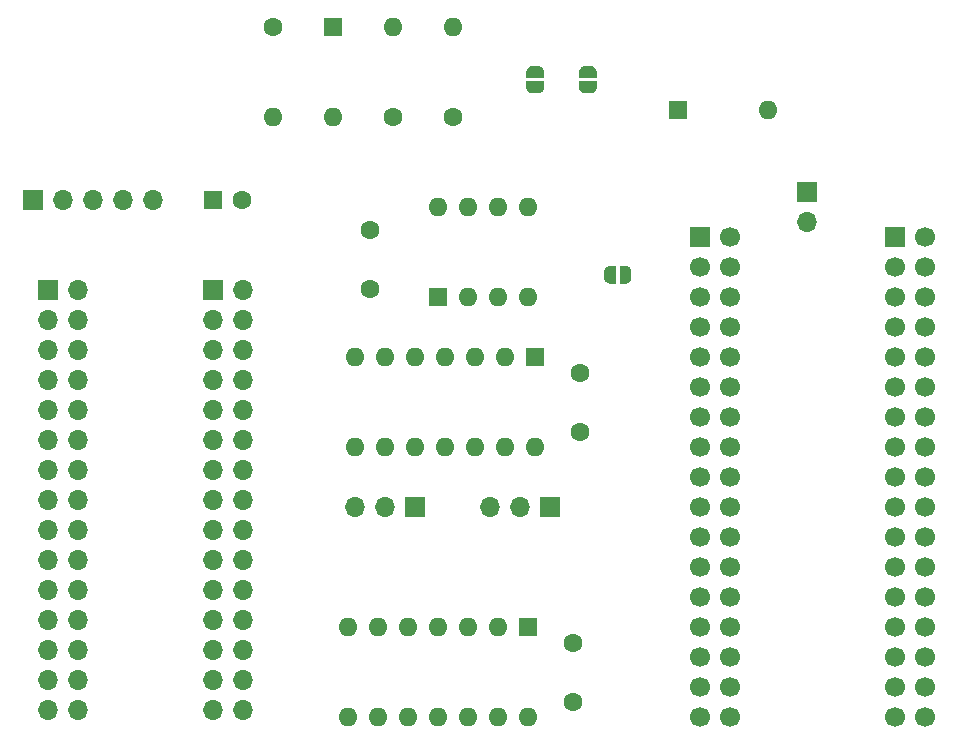
<source format=gts>
G04 #@! TF.GenerationSoftware,KiCad,Pcbnew,(5.1.9)-1*
G04 #@! TF.CreationDate,2021-12-30T22:55:07+09:00*
G04 #@! TF.ProjectId,FDSPlus_BX3,46445350-6c75-4735-9f42-58332e6b6963,rev?*
G04 #@! TF.SameCoordinates,Original*
G04 #@! TF.FileFunction,Soldermask,Top*
G04 #@! TF.FilePolarity,Negative*
%FSLAX46Y46*%
G04 Gerber Fmt 4.6, Leading zero omitted, Abs format (unit mm)*
G04 Created by KiCad (PCBNEW (5.1.9)-1) date 2021-12-30 22:55:07*
%MOMM*%
%LPD*%
G01*
G04 APERTURE LIST*
%ADD10C,1.600000*%
%ADD11R,1.600000X1.600000*%
%ADD12O,1.700000X1.700000*%
%ADD13R,1.700000X1.700000*%
%ADD14C,1.700000*%
%ADD15O,1.600000X1.600000*%
%ADD16C,0.100000*%
G04 APERTURE END LIST*
D10*
G04 #@! TO.C,C1*
X114895000Y-90805000D03*
D11*
X112395000Y-90805000D03*
G04 #@! TD*
D10*
G04 #@! TO.C,C2*
X142875000Y-128350000D03*
X142875000Y-133350000D03*
G04 #@! TD*
G04 #@! TO.C,C3*
X143510000Y-110490000D03*
X143510000Y-105490000D03*
G04 #@! TD*
G04 #@! TO.C,C4*
X125730000Y-98345000D03*
X125730000Y-93345000D03*
G04 #@! TD*
D12*
G04 #@! TO.C,J1*
X100965000Y-133985000D03*
X98425000Y-133985000D03*
X100965000Y-131445000D03*
X98425000Y-131445000D03*
X100965000Y-128905000D03*
X98425000Y-128905000D03*
X100965000Y-126365000D03*
X98425000Y-126365000D03*
X100965000Y-123825000D03*
X98425000Y-123825000D03*
X100965000Y-121285000D03*
X98425000Y-121285000D03*
X100965000Y-118745000D03*
X98425000Y-118745000D03*
X100965000Y-116205000D03*
X98425000Y-116205000D03*
X100965000Y-113665000D03*
X98425000Y-113665000D03*
X100965000Y-111125000D03*
X98425000Y-111125000D03*
X100965000Y-108585000D03*
X98425000Y-108585000D03*
X100965000Y-106045000D03*
X98425000Y-106045000D03*
X100965000Y-103505000D03*
X98425000Y-103505000D03*
X100965000Y-100965000D03*
X98425000Y-100965000D03*
X100965000Y-98425000D03*
D13*
X98425000Y-98425000D03*
G04 #@! TD*
D14*
G04 #@! TO.C,J3*
X156210000Y-134620000D03*
X153670000Y-134620000D03*
X156210000Y-132080000D03*
X153670000Y-132080000D03*
X156210000Y-129540000D03*
X153670000Y-129540000D03*
X156210000Y-127000000D03*
X153670000Y-127000000D03*
X156210000Y-124460000D03*
X153670000Y-124460000D03*
X156210000Y-121920000D03*
X153670000Y-121920000D03*
X156210000Y-119380000D03*
X153670000Y-119380000D03*
X156210000Y-116840000D03*
X153670000Y-116840000D03*
X156210000Y-114300000D03*
X153670000Y-114300000D03*
X156210000Y-111760000D03*
X153670000Y-111760000D03*
X156210000Y-109220000D03*
X153670000Y-109220000D03*
X156210000Y-106680000D03*
X153670000Y-106680000D03*
X156210000Y-104140000D03*
X153670000Y-104140000D03*
X156210000Y-101600000D03*
X153670000Y-101600000D03*
X156210000Y-99060000D03*
X153670000Y-99060000D03*
X156210000Y-96520000D03*
X153670000Y-96520000D03*
X156210000Y-93980000D03*
D13*
X153670000Y-93980000D03*
G04 #@! TD*
G04 #@! TO.C,J4*
X170180000Y-93980000D03*
D14*
X172720000Y-93980000D03*
X170180000Y-96520000D03*
X172720000Y-96520000D03*
X170180000Y-99060000D03*
X172720000Y-99060000D03*
X170180000Y-101600000D03*
X172720000Y-101600000D03*
X170180000Y-104140000D03*
X172720000Y-104140000D03*
X170180000Y-106680000D03*
X172720000Y-106680000D03*
X170180000Y-109220000D03*
X172720000Y-109220000D03*
X170180000Y-111760000D03*
X172720000Y-111760000D03*
X170180000Y-114300000D03*
X172720000Y-114300000D03*
X170180000Y-116840000D03*
X172720000Y-116840000D03*
X170180000Y-119380000D03*
X172720000Y-119380000D03*
X170180000Y-121920000D03*
X172720000Y-121920000D03*
X170180000Y-124460000D03*
X172720000Y-124460000D03*
X170180000Y-127000000D03*
X172720000Y-127000000D03*
X170180000Y-129540000D03*
X172720000Y-129540000D03*
X170180000Y-132080000D03*
X172720000Y-132080000D03*
X170180000Y-134620000D03*
X172720000Y-134620000D03*
G04 #@! TD*
D12*
G04 #@! TO.C,JP2*
X135890000Y-116840000D03*
X138430000Y-116840000D03*
D13*
X140970000Y-116840000D03*
G04 #@! TD*
G04 #@! TO.C,JP3*
X129540000Y-116840000D03*
D12*
X127000000Y-116840000D03*
X124460000Y-116840000D03*
G04 #@! TD*
D11*
G04 #@! TO.C,U2*
X139065000Y-127000000D03*
D15*
X123825000Y-134620000D03*
X136525000Y-127000000D03*
X126365000Y-134620000D03*
X133985000Y-127000000D03*
X128905000Y-134620000D03*
X131445000Y-127000000D03*
X131445000Y-134620000D03*
X128905000Y-127000000D03*
X133985000Y-134620000D03*
X126365000Y-127000000D03*
X136525000Y-134620000D03*
X123825000Y-127000000D03*
X139065000Y-134620000D03*
G04 #@! TD*
G04 #@! TO.C,U3*
X131445000Y-91440000D03*
X139065000Y-99060000D03*
X133985000Y-91440000D03*
X136525000Y-99060000D03*
X136525000Y-91440000D03*
X133985000Y-99060000D03*
X139065000Y-91440000D03*
D11*
X131445000Y-99060000D03*
G04 #@! TD*
D15*
G04 #@! TO.C,U1*
X139700000Y-111760000D03*
X124460000Y-104140000D03*
X137160000Y-111760000D03*
X127000000Y-104140000D03*
X134620000Y-111760000D03*
X129540000Y-104140000D03*
X132080000Y-111760000D03*
X132080000Y-104140000D03*
X129540000Y-111760000D03*
X134620000Y-104140000D03*
X127000000Y-111760000D03*
X137160000Y-104140000D03*
X124460000Y-111760000D03*
D11*
X139700000Y-104140000D03*
G04 #@! TD*
D15*
G04 #@! TO.C,R1*
X127635000Y-76200000D03*
D10*
X127635000Y-83820000D03*
G04 #@! TD*
G04 #@! TO.C,R2*
X117475000Y-76200000D03*
D15*
X117475000Y-83820000D03*
G04 #@! TD*
D11*
G04 #@! TO.C,D5*
X122555000Y-76200000D03*
D15*
X122555000Y-83820000D03*
G04 #@! TD*
G04 #@! TO.C,D6*
X159385000Y-83185000D03*
D11*
X151765000Y-83185000D03*
G04 #@! TD*
D12*
G04 #@! TO.C,J2*
X114935000Y-133985000D03*
X112395000Y-133985000D03*
X114935000Y-131445000D03*
X112395000Y-131445000D03*
X114935000Y-128905000D03*
X112395000Y-128905000D03*
X114935000Y-126365000D03*
X112395000Y-126365000D03*
X114935000Y-123825000D03*
X112395000Y-123825000D03*
X114935000Y-121285000D03*
X112395000Y-121285000D03*
X114935000Y-118745000D03*
X112395000Y-118745000D03*
X114935000Y-116205000D03*
X112395000Y-116205000D03*
X114935000Y-113665000D03*
X112395000Y-113665000D03*
X114935000Y-111125000D03*
X112395000Y-111125000D03*
X114935000Y-108585000D03*
X112395000Y-108585000D03*
X114935000Y-106045000D03*
X112395000Y-106045000D03*
X114935000Y-103505000D03*
X112395000Y-103505000D03*
X114935000Y-100965000D03*
X112395000Y-100965000D03*
X114935000Y-98425000D03*
D13*
X112395000Y-98425000D03*
G04 #@! TD*
D16*
G04 #@! TO.C,JP4*
G36*
X138935000Y-80495000D02*
G01*
X138935000Y-79995000D01*
X138935602Y-79995000D01*
X138935602Y-79970466D01*
X138940412Y-79921635D01*
X138949984Y-79873510D01*
X138964228Y-79826555D01*
X138983005Y-79781222D01*
X139006136Y-79737949D01*
X139033396Y-79697150D01*
X139064524Y-79659221D01*
X139099221Y-79624524D01*
X139137150Y-79593396D01*
X139177949Y-79566136D01*
X139221222Y-79543005D01*
X139266555Y-79524228D01*
X139313510Y-79509984D01*
X139361635Y-79500412D01*
X139410466Y-79495602D01*
X139435000Y-79495602D01*
X139435000Y-79495000D01*
X139935000Y-79495000D01*
X139935000Y-79495602D01*
X139959534Y-79495602D01*
X140008365Y-79500412D01*
X140056490Y-79509984D01*
X140103445Y-79524228D01*
X140148778Y-79543005D01*
X140192051Y-79566136D01*
X140232850Y-79593396D01*
X140270779Y-79624524D01*
X140305476Y-79659221D01*
X140336604Y-79697150D01*
X140363864Y-79737949D01*
X140386995Y-79781222D01*
X140405772Y-79826555D01*
X140420016Y-79873510D01*
X140429588Y-79921635D01*
X140434398Y-79970466D01*
X140434398Y-79995000D01*
X140435000Y-79995000D01*
X140435000Y-80495000D01*
X138935000Y-80495000D01*
G37*
G36*
X140434398Y-81295000D02*
G01*
X140434398Y-81319534D01*
X140429588Y-81368365D01*
X140420016Y-81416490D01*
X140405772Y-81463445D01*
X140386995Y-81508778D01*
X140363864Y-81552051D01*
X140336604Y-81592850D01*
X140305476Y-81630779D01*
X140270779Y-81665476D01*
X140232850Y-81696604D01*
X140192051Y-81723864D01*
X140148778Y-81746995D01*
X140103445Y-81765772D01*
X140056490Y-81780016D01*
X140008365Y-81789588D01*
X139959534Y-81794398D01*
X139935000Y-81794398D01*
X139935000Y-81795000D01*
X139435000Y-81795000D01*
X139435000Y-81794398D01*
X139410466Y-81794398D01*
X139361635Y-81789588D01*
X139313510Y-81780016D01*
X139266555Y-81765772D01*
X139221222Y-81746995D01*
X139177949Y-81723864D01*
X139137150Y-81696604D01*
X139099221Y-81665476D01*
X139064524Y-81630779D01*
X139033396Y-81592850D01*
X139006136Y-81552051D01*
X138983005Y-81508778D01*
X138964228Y-81463445D01*
X138949984Y-81416490D01*
X138940412Y-81368365D01*
X138935602Y-81319534D01*
X138935602Y-81295000D01*
X138935000Y-81295000D01*
X138935000Y-80795000D01*
X140435000Y-80795000D01*
X140435000Y-81295000D01*
X140434398Y-81295000D01*
G37*
G04 #@! TD*
G04 #@! TO.C,JP6*
G36*
X144895000Y-80795000D02*
G01*
X144895000Y-81295000D01*
X144894398Y-81295000D01*
X144894398Y-81319534D01*
X144889588Y-81368365D01*
X144880016Y-81416490D01*
X144865772Y-81463445D01*
X144846995Y-81508778D01*
X144823864Y-81552051D01*
X144796604Y-81592850D01*
X144765476Y-81630779D01*
X144730779Y-81665476D01*
X144692850Y-81696604D01*
X144652051Y-81723864D01*
X144608778Y-81746995D01*
X144563445Y-81765772D01*
X144516490Y-81780016D01*
X144468365Y-81789588D01*
X144419534Y-81794398D01*
X144395000Y-81794398D01*
X144395000Y-81795000D01*
X143895000Y-81795000D01*
X143895000Y-81794398D01*
X143870466Y-81794398D01*
X143821635Y-81789588D01*
X143773510Y-81780016D01*
X143726555Y-81765772D01*
X143681222Y-81746995D01*
X143637949Y-81723864D01*
X143597150Y-81696604D01*
X143559221Y-81665476D01*
X143524524Y-81630779D01*
X143493396Y-81592850D01*
X143466136Y-81552051D01*
X143443005Y-81508778D01*
X143424228Y-81463445D01*
X143409984Y-81416490D01*
X143400412Y-81368365D01*
X143395602Y-81319534D01*
X143395602Y-81295000D01*
X143395000Y-81295000D01*
X143395000Y-80795000D01*
X144895000Y-80795000D01*
G37*
G36*
X143395602Y-79995000D02*
G01*
X143395602Y-79970466D01*
X143400412Y-79921635D01*
X143409984Y-79873510D01*
X143424228Y-79826555D01*
X143443005Y-79781222D01*
X143466136Y-79737949D01*
X143493396Y-79697150D01*
X143524524Y-79659221D01*
X143559221Y-79624524D01*
X143597150Y-79593396D01*
X143637949Y-79566136D01*
X143681222Y-79543005D01*
X143726555Y-79524228D01*
X143773510Y-79509984D01*
X143821635Y-79500412D01*
X143870466Y-79495602D01*
X143895000Y-79495602D01*
X143895000Y-79495000D01*
X144395000Y-79495000D01*
X144395000Y-79495602D01*
X144419534Y-79495602D01*
X144468365Y-79500412D01*
X144516490Y-79509984D01*
X144563445Y-79524228D01*
X144608778Y-79543005D01*
X144652051Y-79566136D01*
X144692850Y-79593396D01*
X144730779Y-79624524D01*
X144765476Y-79659221D01*
X144796604Y-79697150D01*
X144823864Y-79737949D01*
X144846995Y-79781222D01*
X144865772Y-79826555D01*
X144880016Y-79873510D01*
X144889588Y-79921635D01*
X144894398Y-79970466D01*
X144894398Y-79995000D01*
X144895000Y-79995000D01*
X144895000Y-80495000D01*
X143395000Y-80495000D01*
X143395000Y-79995000D01*
X143395602Y-79995000D01*
G37*
G04 #@! TD*
D12*
G04 #@! TO.C,JP7*
X162740000Y-92710000D03*
D13*
X162740000Y-90170000D03*
G04 #@! TD*
D12*
G04 #@! TO.C,J5*
X107315000Y-90805000D03*
X104775000Y-90805000D03*
X102235000Y-90805000D03*
X99695000Y-90805000D03*
D13*
X97155000Y-90805000D03*
G04 #@! TD*
D16*
G04 #@! TO.C,JP1*
G36*
X146835000Y-96405000D02*
G01*
X147335000Y-96405000D01*
X147335000Y-96405602D01*
X147359534Y-96405602D01*
X147408365Y-96410412D01*
X147456490Y-96419984D01*
X147503445Y-96434228D01*
X147548778Y-96453005D01*
X147592051Y-96476136D01*
X147632850Y-96503396D01*
X147670779Y-96534524D01*
X147705476Y-96569221D01*
X147736604Y-96607150D01*
X147763864Y-96647949D01*
X147786995Y-96691222D01*
X147805772Y-96736555D01*
X147820016Y-96783510D01*
X147829588Y-96831635D01*
X147834398Y-96880466D01*
X147834398Y-96905000D01*
X147835000Y-96905000D01*
X147835000Y-97405000D01*
X147834398Y-97405000D01*
X147834398Y-97429534D01*
X147829588Y-97478365D01*
X147820016Y-97526490D01*
X147805772Y-97573445D01*
X147786995Y-97618778D01*
X147763864Y-97662051D01*
X147736604Y-97702850D01*
X147705476Y-97740779D01*
X147670779Y-97775476D01*
X147632850Y-97806604D01*
X147592051Y-97833864D01*
X147548778Y-97856995D01*
X147503445Y-97875772D01*
X147456490Y-97890016D01*
X147408365Y-97899588D01*
X147359534Y-97904398D01*
X147335000Y-97904398D01*
X147335000Y-97905000D01*
X146835000Y-97905000D01*
X146835000Y-96405000D01*
G37*
G36*
X146035000Y-97904398D02*
G01*
X146010466Y-97904398D01*
X145961635Y-97899588D01*
X145913510Y-97890016D01*
X145866555Y-97875772D01*
X145821222Y-97856995D01*
X145777949Y-97833864D01*
X145737150Y-97806604D01*
X145699221Y-97775476D01*
X145664524Y-97740779D01*
X145633396Y-97702850D01*
X145606136Y-97662051D01*
X145583005Y-97618778D01*
X145564228Y-97573445D01*
X145549984Y-97526490D01*
X145540412Y-97478365D01*
X145535602Y-97429534D01*
X145535602Y-97405000D01*
X145535000Y-97405000D01*
X145535000Y-96905000D01*
X145535602Y-96905000D01*
X145535602Y-96880466D01*
X145540412Y-96831635D01*
X145549984Y-96783510D01*
X145564228Y-96736555D01*
X145583005Y-96691222D01*
X145606136Y-96647949D01*
X145633396Y-96607150D01*
X145664524Y-96569221D01*
X145699221Y-96534524D01*
X145737150Y-96503396D01*
X145777949Y-96476136D01*
X145821222Y-96453005D01*
X145866555Y-96434228D01*
X145913510Y-96419984D01*
X145961635Y-96410412D01*
X146010466Y-96405602D01*
X146035000Y-96405602D01*
X146035000Y-96405000D01*
X146535000Y-96405000D01*
X146535000Y-97905000D01*
X146035000Y-97905000D01*
X146035000Y-97904398D01*
G37*
G04 #@! TD*
D15*
G04 #@! TO.C,R3*
X132715000Y-76200000D03*
D10*
X132715000Y-83820000D03*
G04 #@! TD*
M02*

</source>
